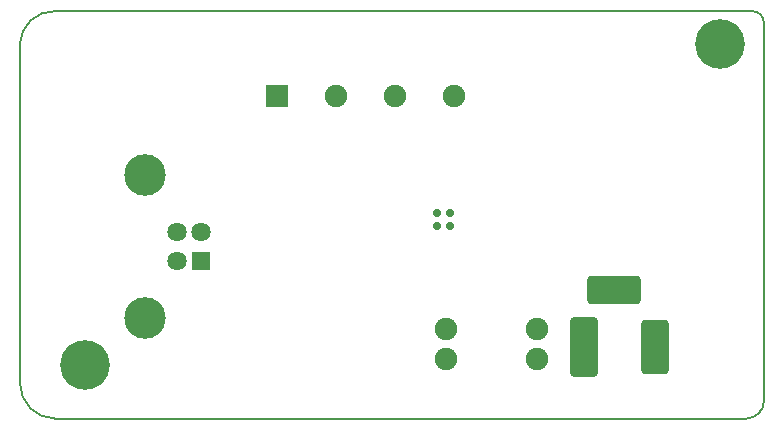
<source format=gbs>
G04 Layer_Color=16711935*
%FSLAX43Y43*%
%MOMM*%
G71*
G01*
G75*
%ADD10C,0.200*%
%ADD38C,1.903*%
%ADD39R,1.903X1.903*%
%ADD40C,1.631*%
%ADD41R,1.631X1.631*%
%ADD42C,3.519*%
G04:AMPARAMS|DCode=43|XSize=5.103mm|YSize=2.403mm|CornerRadius=0.377mm|HoleSize=0mm|Usage=FLASHONLY|Rotation=270.000|XOffset=0mm|YOffset=0mm|HoleType=Round|Shape=RoundedRectangle|*
%AMROUNDEDRECTD43*
21,1,5.103,1.650,0,0,270.0*
21,1,4.350,2.403,0,0,270.0*
1,1,0.753,-0.825,-2.175*
1,1,0.753,-0.825,2.175*
1,1,0.753,0.825,2.175*
1,1,0.753,0.825,-2.175*
%
%ADD43ROUNDEDRECTD43*%
G04:AMPARAMS|DCode=44|XSize=4.603mm|YSize=2.403mm|CornerRadius=0.377mm|HoleSize=0mm|Usage=FLASHONLY|Rotation=270.000|XOffset=0mm|YOffset=0mm|HoleType=Round|Shape=RoundedRectangle|*
%AMROUNDEDRECTD44*
21,1,4.603,1.650,0,0,270.0*
21,1,3.850,2.403,0,0,270.0*
1,1,0.753,-0.825,-1.925*
1,1,0.753,-0.825,1.925*
1,1,0.753,0.825,1.925*
1,1,0.753,0.825,-1.925*
%
%ADD44ROUNDEDRECTD44*%
G04:AMPARAMS|DCode=45|XSize=4.603mm|YSize=2.403mm|CornerRadius=0.377mm|HoleSize=0mm|Usage=FLASHONLY|Rotation=0.000|XOffset=0mm|YOffset=0mm|HoleType=Round|Shape=RoundedRectangle|*
%AMROUNDEDRECTD45*
21,1,4.603,1.650,0,0,0.0*
21,1,3.850,2.403,0,0,0.0*
1,1,0.753,1.925,-0.825*
1,1,0.753,-1.925,-0.825*
1,1,0.753,-1.925,0.825*
1,1,0.753,1.925,0.825*
%
%ADD45ROUNDEDRECTD45*%
%ADD46C,4.203*%
%ADD47C,0.703*%
D10*
X270000Y91500D02*
G03*
X269000Y92500I-1000J0D01*
G01*
X268500Y58000D02*
G03*
X270000Y59504I-2J1502D01*
G01*
X210000Y92500D02*
G03*
X207000Y89700I-100J-2900D01*
G01*
Y61000D02*
G03*
X210000Y58000I3000J0D01*
G01*
X207000Y61000D02*
Y89700D01*
X210000Y92500D02*
X269000D01*
X270000Y59504D02*
Y91500D01*
X210000Y58000D02*
X268500D01*
D38*
X243775Y85325D02*
D03*
X233775D02*
D03*
X238775D02*
D03*
X250775Y63005D02*
D03*
Y65545D02*
D03*
X243075D02*
D03*
Y63005D02*
D03*
D39*
X228775Y85325D02*
D03*
D40*
X222305Y73813D02*
D03*
X220305D02*
D03*
Y71313D02*
D03*
D41*
X222305D02*
D03*
D42*
X217595Y78583D02*
D03*
Y66543D02*
D03*
D43*
X254775Y64050D02*
D03*
D44*
X260775D02*
D03*
D45*
X257275Y68850D02*
D03*
D46*
X266242Y89750D02*
D03*
X212500Y62500D02*
D03*
D47*
X243419Y74295D02*
D03*
X242319D02*
D03*
X243419Y75395D02*
D03*
X242319D02*
D03*
M02*

</source>
